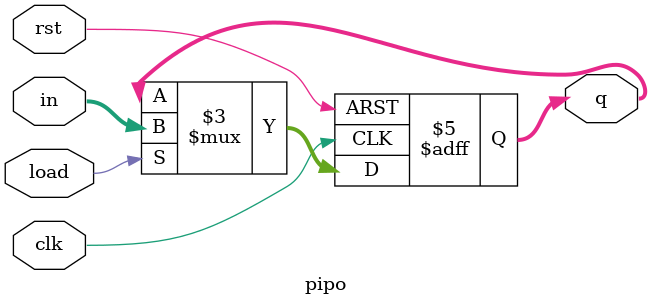
<source format=v>
module pipo(q,in,load,clk,rst);
output [3:0]q;
input load,clk,rst;
input [3:0]in;
reg [3:0]q;
always @ (posedge clk or posedge rst)
begin
if(rst)
q<=4'b0;
else if(load)
q<=in;
else
q<=q;
end
endmodule

</source>
